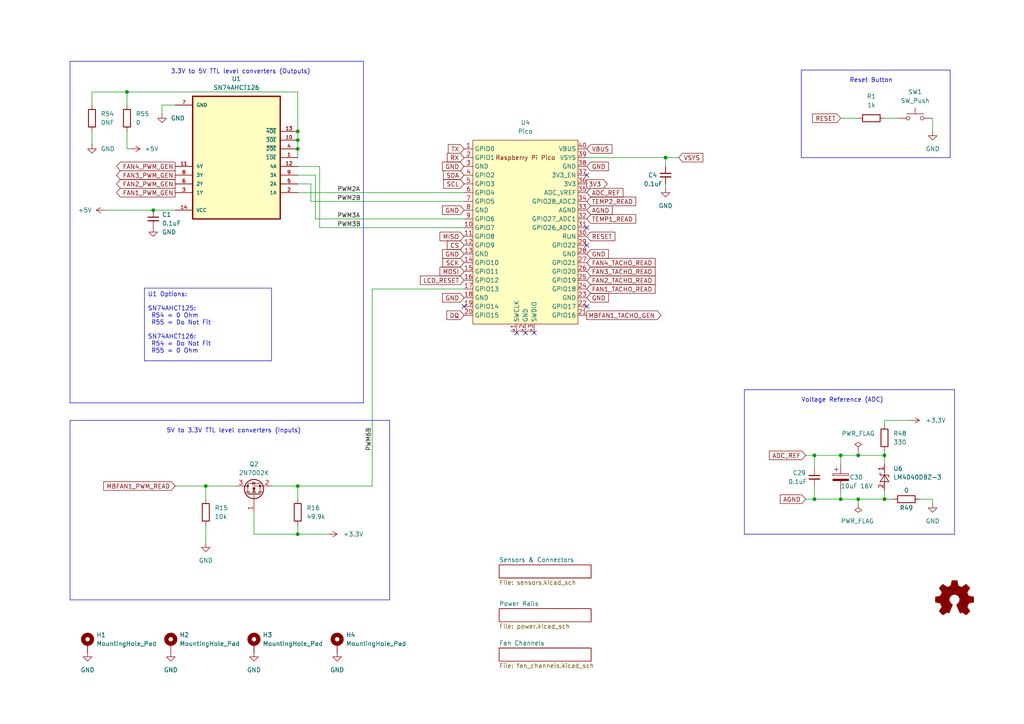
<source format=kicad_sch>
(kicad_sch (version 20231120) (generator "eeschema") (generator_version "8.0")
  (paper "A4")
  (title_block (title "FanPico-0401D v1.1") (date "2024-08-15") (company "Timo Kokkonen <tjko@iki.fi>") (comment 3 "Fanpico firmware reference PCB."))
  (lib_symbols
    (symbol "Device:C_Polarized" (pin_numbers hide) (pin_names (offset 0.254))
      (property "Reference" "C" (at 0.635 2.54 0))
      (property "Value" "C_Polarized" (at 0.635 -2.54 0))
      (symbol "C_Polarized_0_1"
        (rectangle (start -2.286 0.508) (end 2.286 1.016))
        (polyline (pts (xy -1.778 2.286) (xy -0.762 2.286)))
        (polyline (pts (xy -1.27 2.794) (xy -1.27 1.778)))
        (rectangle (start 2.286 -0.508) (end -2.286 -1.016) (fill (type outline)))
      )
      (symbol "C_Polarized_1_1"
        (pin passive line (at 0 3.81 270) (length 2.794) (name "~") (number "1"))
        (pin passive line (at 0 -3.81 90) (length 2.794) (name "~") (number "2"))
      )
    )
    (symbol "Device:C_Small" (pin_numbers hide) (pin_names (offset 0.254) hide)
      (property "Reference" "C" (at 0.254 1.778 0))
      (property "Value" "C_Small" (at 0.254 -2.032 0))
      (symbol "C_Small_0_1"
        (polyline (pts (xy -1.524 -0.508) (xy 1.524 -0.508)) (stroke (width 0.3302)))
        (polyline (pts (xy -1.524 0.508) (xy 1.524 0.508)) (stroke (width 0.3048)))
      )
      (symbol "C_Small_1_1"
        (pin passive line (at 0 2.54 270) (length 2.032) (name "~") (number "1"))
        (pin passive line (at 0 -2.54 90) (length 2.032) (name "~") (number "2"))
      )
    )
    (symbol "Device:R" (pin_numbers hide) (pin_names (offset 0))
      (property "Reference" "R" (at 2.032 0 90))
      (property "Value" "R" (at 0 0 90))
      (symbol "R_0_1"
        (rectangle (start -1.016 -2.54) (end 1.016 2.54) (stroke (width 0.254)))
      )
      (symbol "R_1_1"
        (pin passive line (at 0 3.81 270) (length 1.27) (name "~") (number "1"))
        (pin passive line (at 0 -3.81 90) (length 1.27) (name "~") (number "2"))
      )
    )
    (symbol "Graphic:Logo_Open_Hardware_Small" (in_bom no) (on_board no)
      (symbol "Logo_Open_Hardware_Small_0_1"
        (polyline (pts (xy 3.3528 -4.3434) (xy 3.302 -4.318) (xy 3.175 -4.2418) (xy 2.9972 -4.1148) (xy 2.7686 -3.9624) (xy 2.54 -3.81) (xy 2.3622 -3.7084) (xy 2.2352 -3.6068) (xy 2.1844 -3.5814) (xy 2.159 -3.6068) (xy 2.0574 -3.6576) (xy 1.905 -3.7338) (xy 1.8034 -3.7846) (xy 1.6764 -3.8354) (xy 1.6002 -3.8354) (xy 1.6002 -3.8354) (xy 1.5494 -3.7338) (xy 1.4732 -3.5306) (xy 1.3462 -3.302) (xy 1.2446 -3.0226) (xy 1.1176 -2.7178) (xy 0.9652 -2.413) (xy 0.8636 -2.1082) (xy 0.7366 -1.8288) (xy 0.6604 -1.6256) (xy 0.6096 -1.4732) (xy 0.5842 -1.397) (xy 0.5842 -1.397) (xy 0.6604 -1.3208) (xy 0.7874 -1.2446) (xy 1.0414 -1.016) (xy 1.2954 -0.6858) (xy 1.4478 -0.3302) (xy 1.524 0.0762) (xy 1.4732 0.4572) (xy 1.3208 0.8128) (xy 1.0668 1.143) (xy 0.762 1.3716) (xy 0.4064 1.524) (xy 0 1.5748) (xy -0.381 1.5494) (xy -0.7366 1.397) (xy -1.0668 1.143) (xy -1.2192 0.9906) (xy -1.397 0.6604) (xy -1.524 0.3048) (xy -1.524 0.2286) (xy -1.4986 -0.1778) (xy -1.397 -0.5334) (xy -1.1938 -0.8636) (xy -0.9144 -1.143) (xy -0.8636 -1.1684) (xy -0.7366 -1.27) (xy -0.635 -1.3462) (xy -0.5842 -1.397) (xy -1.0668 -2.5908) (xy -1.143 -2.794) (xy -1.2954 -3.1242) (xy -1.397 -3.4036) (xy -1.4986 -3.6322) (xy -1.5748 -3.7846) (xy -1.6002 -3.8354) (xy -1.6002 -3.8354) (xy -1.651 -3.8354) (xy -1.7272 -3.81) (xy -1.905 -3.7338) (xy -2.0066 -3.683) (xy -2.1336 -3.6068) (xy -2.2098 -3.5814) (xy -2.2606 -3.6068) (xy -2.3622 -3.683) (xy -2.54 -3.81) (xy -2.7686 -3.9624) (xy -2.9718 -4.0894) (xy -3.1496 -4.2164) (xy -3.302 -4.318) (xy -3.3528 -4.3434) (xy -3.3782 -4.3434) (xy -3.429 -4.318) (xy -3.5306 -4.2164) (xy -3.7084 -4.064) (xy -3.937 -3.8354) (xy -3.9624 -3.81) (xy -4.1656 -3.6068) (xy -4.318 -3.4544) (xy -4.4196 -3.3274) (xy -4.445 -3.2766) (xy -4.445 -3.2766) (xy -4.4196 -3.2258) (xy -4.318 -3.0734) (xy -4.2164 -2.8956) (xy -4.064 -2.667) (xy -3.6576 -2.0828) (xy -3.8862 -1.5494) (xy -3.937 -1.3716) (xy -4.0386 -1.1684) (xy -4.0894 -1.0414) (xy -4.1148 -0.9652) (xy -4.191 -0.9398) (xy -4.318 -0.9144) (xy -4.5466 -0.8636) (xy -4.8006 -0.8128) (xy -5.0546 -0.7874) (xy -5.2578 -0.7366) (xy -5.4356 -0.7112) (xy -5.5118 -0.6858) (xy -5.5118 -0.6858) (xy -5.5372 -0.635) (xy -5.5372 -0.5588) (xy -5.5372 -0.4318) (xy -5.5626 -0.2286) (xy -5.5626 0.0762) (xy -5.5626 0.127) (xy -5.5372 0.4064) (xy -5.5372 0.635) (xy -5.5372 0.762) (xy -5.5372 0.8382) (xy -5.5372 0.8382) (xy -5.461 0.8382) (xy -5.3086 0.889) (xy -5.08 0.9144) (xy -4.826 0.9652) (xy -4.8006 0.9906) (xy -4.5466 1.0414) (xy -4.318 1.0668) (xy -4.1656 1.1176) (xy -4.0894 1.143) (xy -4.0894 1.143) (xy -4.0386 1.2446) (xy -3.9624 1.4224) (xy -3.8608 1.6256) (xy -3.7846 1.8288) (xy -3.7084 2.0066) (xy -3.6576 2.159) (xy -3.6322 2.2098) (xy -3.6322 2.2098) (xy -3.683 2.286) (xy -3.7592 2.413) (xy -3.8862 2.5908) (xy -4.064 2.8194) (xy -4.064 2.8448) (xy -4.2164 3.0734) (xy -4.3434 3.2512) (xy -4.4196 3.3782) (xy -4.445 3.4544) (xy -4.445 3.4544) (xy -4.3942 3.5052) (xy -4.2926 3.6322) (xy -4.1148 3.81) (xy -3.937 4.0132) (xy -3.8608 4.064) (xy -3.6576 4.2926) (xy -3.5052 4.4196) (xy -3.4036 4.4958) (xy -3.3528 4.5212) (xy -3.3528 4.5212) (xy -3.302 4.4704) (xy -3.1496 4.3688) (xy -2.9718 4.2418) (xy -2.7432 4.0894) (xy -2.7178 4.0894) (xy -2.4892 3.937) (xy -2.3114 3.81) (xy -2.1844 3.7084) (xy -2.1336 3.683) (xy -2.1082 3.683) (xy -2.032 3.7084) (xy -1.8542 3.7592) (xy -1.6764 3.8354) (xy -1.4732 3.937) (xy -1.27 4.0132) (xy -1.143 4.064) (xy -1.0668 4.1148) (xy -1.0668 4.1148) (xy -1.0414 4.191) (xy -1.016 4.3434) (xy -0.9652 4.572) (xy -0.9144 4.8514) (xy -0.889 4.9022) (xy -0.8382 5.1562) (xy -0.8128 5.3848) (xy -0.7874 5.5372) (xy -0.762 5.588) (xy -0.7112 5.6134) (xy -0.5842 5.6134) (xy -0.4064 5.6134) (xy -0.1524 5.6134) (xy 0.0762 5.6134) (xy 0.3302 5.6134) (xy 0.5334 5.6134) (xy 0.6858 5.588) (xy 0.7366 5.588) (xy 0.7366 5.588) (xy 0.762 5.5118) (xy 0.8128 5.334) (xy 0.8382 5.1054) (xy 0.9144 4.826) (xy 0.9144 4.7752) (xy 0.9652 4.5212) (xy 1.016 4.2926) (xy 1.0414 4.1402) (xy 1.0668 4.0894) (xy 1.0668 4.0894) (xy 1.1938 4.0386) (xy 1.3716 3.9624) (xy 1.5748 3.8608) (xy 2.0828 3.6576) (xy 2.7178 4.0894) (xy 2.7686 4.1402) (xy 2.9972 4.2926) (xy 3.175 4.4196) (xy 3.302 4.4958) (xy 3.3782 4.5212) (xy 3.3782 4.5212) (xy 3.429 4.4704) (xy 3.556 4.3434) (xy 3.7338 4.191) (xy 3.9116 3.9878) (xy 4.064 3.8354) (xy 4.2418 3.6576) (xy 4.3434 3.556) (xy 4.4196 3.4798) (xy 4.4196 3.429) (xy 4.4196 3.4036) (xy 4.3942 3.3274) (xy 4.2926 3.2004) (xy 4.1656 2.9972) (xy 4.0132 2.794) (xy 3.8862 2.5908) (xy 3.7592 2.3876) (xy 3.6576 2.2352) (xy 3.6322 2.159) (xy 3.6322 2.1336) (xy 3.683 2.0066) (xy 3.7592 1.8288) (xy 3.8608 1.6002) (xy 4.064 1.1176) (xy 4.3942 1.0414) (xy 4.5974 1.016) (xy 4.8768 0.9652) (xy 5.1308 0.9144) (xy 5.5372 0.8382) (xy 5.5626 -0.6604) (xy 5.4864 -0.6858) (xy 5.4356 -0.6858) (xy 5.2832 -0.7366) (xy 5.0546 -0.762) (xy 4.8006 -0.8128) (xy 4.5974 -0.8636) (xy 4.3688 -0.9144) (xy 4.2164 -0.9398) (xy 4.1402 -0.9398) (xy 4.1148 -0.9652) (xy 4.064 -1.0668) (xy 3.9878 -1.2446) (xy 3.9116 -1.4478) (xy 3.81 -1.651) (xy 3.7338 -1.8542) (xy 3.683 -2.0066) (xy 3.6576 -2.0828) (xy 3.683 -2.1336) (xy 3.7846 -2.2606) (xy 3.8862 -2.4638) (xy 4.0386 -2.667) (xy 4.191 -2.8956) (xy 4.318 -3.0734) (xy 4.3942 -3.2004) (xy 4.445 -3.2766) (xy 4.4196 -3.3274) (xy 4.3434 -3.429) (xy 4.1656 -3.5814) (xy 3.937 -3.8354) (xy 3.8862 -3.8608) (xy 3.683 -4.064) (xy 3.5306 -4.2164) (xy 3.4036 -4.318) (xy 3.3528 -4.3434)) (fill (type outline)))
      )
    )
    (symbol "Mechanical:MountingHole_Pad" (pin_numbers hide) (pin_names (offset 1.016) hide) (exclude_from_sim yes) (in_bom no)
      (property "Reference" "H" (at 0 6.35 0))
      (property "Value" "MountingHole_Pad" (at 0 4.445 0))
      (symbol "MountingHole_Pad_0_1"
        (circle (center 0 1.27) (radius 1.27) (stroke (width 1.27)))
      )
      (symbol "MountingHole_Pad_1_1"
        (pin input line (at 0 -2.54 90) (length 2.54) (name "1") (number "1"))
      )
    )
    (symbol "Reference_Voltage:LM4040DBZ-3" (pin_names (offset 0.0254) hide)
      (property "Reference" "U" (at 0 2.54 0))
      (property "Value" "LM4040DBZ-3" (at 0 -3.175 0))
      (symbol "LM4040DBZ-3_0_1"
        (polyline (pts (xy -1.27 0) (xy 0 0) (xy 1.27 0)))
        (polyline (pts (xy -1.27 -1.27) (xy 0.635 0) (xy -1.27 1.27) (xy -1.27 -1.27)) (stroke (width 0.2032)))
        (polyline (pts (xy 0 -1.27) (xy 0.635 -1.27) (xy 0.635 1.27) (xy 1.27 1.27)) (stroke (width 0.2032)))
      )
      (symbol "LM4040DBZ-3_1_1"
        (pin passive line (at 3.81 0 180) (length 2.54) (name "K") (number "1"))
        (pin passive line (at -3.81 0 0) (length 2.54) (name "A") (number "2"))
        (pin no_connect line (at -1.27 0 0) (length 2.54) hide (name "NC") (number "3"))
      )
    )
    (symbol "Switch:SW_Push" (pin_numbers hide) (pin_names (offset 1.016) hide)
      (property "Reference" "SW" (at 1.27 2.54 0))
      (property "Value" "SW_Push" (at 0 -1.524 0))
      (symbol "SW_Push_0_1"
        (circle (center -2.032 0) (radius 0.508))
        (polyline (pts (xy 0 1.27) (xy 0 3.048)))
        (polyline (pts (xy 2.54 1.27) (xy -2.54 1.27)))
        (circle (center 2.032 0) (radius 0.508))
        (pin passive line (at -5.08 0 0) (length 2.54) (name "1") (number "1"))
        (pin passive line (at 5.08 0 180) (length 2.54) (name "2") (number "2"))
      )
    )
    (symbol "Transistor_FET:2N7002K" (pin_names hide)
      (property "Reference" "Q" (at 5.08 1.905 0))
      (property "Value" "2N7002K" (at 5.08 0 0))
      (symbol "2N7002K_0_1"
        (polyline (pts (xy 0.254 0) (xy -2.54 0)))
        (polyline (pts (xy 0.254 1.905) (xy 0.254 -1.905)) (stroke (width 0.254)))
        (polyline (pts (xy 0.762 -1.27) (xy 0.762 -2.286)) (stroke (width 0.254)))
        (polyline (pts (xy 0.762 0.508) (xy 0.762 -0.508)) (stroke (width 0.254)))
        (polyline (pts (xy 0.762 2.286) (xy 0.762 1.27)) (stroke (width 0.254)))
        (polyline (pts (xy 2.54 2.54) (xy 2.54 1.778)))
        (polyline (pts (xy 2.54 -2.54) (xy 2.54 0) (xy 0.762 0)))
        (polyline (pts (xy 0.762 -1.778) (xy 3.302 -1.778) (xy 3.302 1.778) (xy 0.762 1.778)))
        (polyline (pts (xy 1.016 0) (xy 2.032 0.381) (xy 2.032 -0.381) (xy 1.016 0)) (fill (type outline)))
        (polyline (pts (xy 2.794 0.508) (xy 2.921 0.381) (xy 3.683 0.381) (xy 3.81 0.254)))
        (polyline (pts (xy 3.302 0.381) (xy 2.921 -0.254) (xy 3.683 -0.254) (xy 3.302 0.381)))
        (circle (center 1.651 0) (radius 2.794) (stroke (width 0.254)))
        (circle (center 2.54 -1.778) (radius 0.254) (fill (type outline)))
        (circle (center 2.54 1.778) (radius 0.254) (fill (type outline)))
      )
      (symbol "2N7002K_1_1"
        (pin input line (at -5.08 0 0) (length 2.54) (name "G") (number "1"))
        (pin passive line (at 2.54 -5.08 90) (length 2.54) (name "S") (number "2"))
        (pin passive line (at 2.54 5.08 270) (length 2.54) (name "D") (number "3"))
      )
    )
    (symbol "fanpico:Pico"
      (property "Reference" "U4" (at 0 31.75 0))
      (property "Value" "Pico" (at 0 29.21 0))
      (symbol "Pico_0_0"
        (text "Raspberry Pi Pico" (at 0 21.59 0) (effects (font (size 1.27 1.27))))
      )
      (symbol "Pico_0_1"
        (rectangle (start -15.24 26.67) (end 15.24 -26.67) (fill (type background)))
      )
      (symbol "Pico_1_1"
        (pin bidirectional line (at -17.78 24.13 0) (length 2.54) (name "GPIO0") (number "1"))
        (pin bidirectional line (at -17.78 1.27 0) (length 2.54) (name "GPIO7") (number "10"))
        (pin bidirectional line (at -17.78 -1.27 0) (length 2.54) (name "GPIO8") (number "11"))
        (pin bidirectional line (at -17.78 -3.81 0) (length 2.54) (name "GPIO9") (number "12"))
        (pin power_in line (at -17.78 -6.35 0) (length 2.54) (name "GND") (number "13"))
        (pin bidirectional line (at -17.78 -8.89 0) (length 2.54) (name "GPIO10") (number "14"))
        (pin bidirectional line (at -17.78 -11.43 0) (length 2.54) (name "GPIO11") (number "15"))
        (pin bidirectional line (at -17.78 -13.97 0) (length 2.54) (name "GPIO12") (number "16"))
        (pin bidirectional line (at -17.78 -16.51 0) (length 2.54) (name "GPIO13") (number "17"))
        (pin power_in line (at -17.78 -19.05 0) (length 2.54) (name "GND") (number "18"))
        (pin bidirectional line (at -17.78 -21.59 0) (length 2.54) (name "GPIO14") (number "19"))
        (pin bidirectional line (at -17.78 21.59 0) (length 2.54) (name "GPIO1") (number "2"))
        (pin bidirectional line (at -17.78 -24.13 0) (length 2.54) (name "GPIO15") (number "20"))
        (pin bidirectional line (at 17.78 -24.13 180) (length 2.54) (name "GPIO16") (number "21"))
        (pin bidirectional line (at 17.78 -21.59 180) (length 2.54) (name "GPIO17") (number "22"))
        (pin power_in line (at 17.78 -19.05 180) (length 2.54) (name "GND") (number "23"))
        (pin bidirectional line (at 17.78 -16.51 180) (length 2.54) (name "GPIO18") (number "24"))
        (pin bidirectional line (at 17.78 -13.97 180) (length 2.54) (name "GPIO19") (number "25"))
        (pin bidirectional line (at 17.78 -11.43 180) (length 2.54) (name "GPIO20") (number "26"))
        (pin bidirectional line (at 17.78 -8.89 180) (length 2.54) (name "GPIO21") (number "27"))
        (pin power_in line (at 17.78 -6.35 180) (length 2.54) (name "GND") (number "28"))
        (pin bidirectional line (at 17.78 -3.81 180) (length 2.54) (name "GPIO22") (number "29"))
        (pin power_in line (at -17.78 19.05 0) (length 2.54) (name "GND") (number "3"))
        (pin input line (at 17.78 -1.27 180) (length 2.54) (name "RUN") (number "30"))
        (pin bidirectional line (at 17.78 1.27 180) (length 2.54) (name "GPIO26_ADC0") (number "31"))
        (pin bidirectional line (at 17.78 3.81 180) (length 2.54) (name "GPIO27_ADC1") (number "32"))
        (pin power_in line (at 17.78 6.35 180) (length 2.54) (name "AGND") (number "33"))
        (pin bidirectional line (at 17.78 8.89 180) (length 2.54) (name "GPIO28_ADC2") (number "34"))
        (pin power_in line (at 17.78 11.43 180) (length 2.54) (name "ADC_VREF") (number "35"))
        (pin power_in line (at 17.78 13.97 180) (length 2.54) (name "3V3") (number "36"))
        (pin input line (at 17.78 16.51 180) (length 2.54) (name "3V3_EN") (number "37"))
        (pin power_in line (at 17.78 19.05 180) (length 2.54) (name "GND") (number "38"))
        (pin power_in line (at 17.78 21.59 180) (length 2.54) (name "VSYS") (number "39"))
        (pin bidirectional line (at -17.78 16.51 0) (length 2.54) (name "GPIO2") (number "4"))
        (pin power_in line (at 17.78 24.13 180) (length 2.54) (name "VBUS") (number "40"))
        (pin input line (at -2.54 -29.21 90) (length 2.54) (name "SWCLK") (number "41"))
        (pin power_in line (at 0 -29.21 90) (length 2.54) (name "GND") (number "42"))
        (pin bidirectional line (at 2.54 -29.21 90) (length 2.54) (name "SWDIO") (number "43"))
        (pin bidirectional line (at -17.78 13.97 0) (length 2.54) (name "GPIO3") (number "5"))
        (pin bidirectional line (at -17.78 11.43 0) (length 2.54) (name "GPIO4") (number "6"))
        (pin bidirectional line (at -17.78 8.89 0) (length 2.54) (name "GPIO5") (number "7"))
        (pin power_in line (at -17.78 6.35 0) (length 2.54) (name "GND") (number "8"))
        (pin bidirectional line (at -17.78 3.81 0) (length 2.54) (name "GPIO6") (number "9"))
      )
    )
    (symbol "fanpico:SN74AHCT125PW" (pin_names (offset 1.016))
      (property "Reference" "U1" (at 0 22.86 0))
      (property "Value" "SN74AHCT125QDRQ1" (at 0 20.32 0))
      (symbol "SN74AHCT125PW_0_0"
        (rectangle (start -12.7 -17.78) (end 12.7 17.78) (stroke (width 0.4064)) (fill (type background)))
        (pin input line (at -17.78 0 0) (length 5.08) (name "~{1OE}") (number "1"))
        (pin input line (at -17.78 -5.08 0) (length 5.08) (name "~{3OE}") (number "10"))
        (pin output line (at 17.78 2.54 180) (length 5.08) (name "4Y") (number "11"))
        (pin input line (at -17.78 2.54 0) (length 5.08) (name "4A") (number "12"))
        (pin input line (at -17.78 -7.62 0) (length 5.08) (name "~{4OE}") (number "13"))
        (pin power_in line (at 17.78 15.24 180) (length 5.08) (name "VCC") (number "14"))
        (pin input line (at -17.78 10.16 0) (length 5.08) (name "1A") (number "2"))
        (pin output line (at 17.78 10.16 180) (length 5.08) (name "1Y") (number "3"))
        (pin input line (at -17.78 -2.54 0) (length 5.08) (name "~{2OE}") (number "4"))
        (pin input line (at -17.78 7.62 0) (length 5.08) (name "2A") (number "5"))
        (pin output line (at 17.78 7.62 180) (length 5.08) (name "2Y") (number "6"))
        (pin power_in line (at 17.78 -15.24 180) (length 5.08) (name "GND") (number "7"))
        (pin output line (at 17.78 5.08 180) (length 5.08) (name "3Y") (number "8"))
        (pin input line (at -17.78 5.08 0) (length 5.08) (name "3A") (number "9"))
      )
    )
    (symbol "power:+3.3V" (power) (pin_numbers hide) (pin_names (offset 0) hide)
      (property "Value" "+3.3V" (at 0 3.556 0))
      (symbol "+3.3V_0_1"
        (polyline (pts (xy -0.762 1.27) (xy 0 2.54)))
        (polyline (pts (xy 0 0) (xy 0 2.54)))
        (polyline (pts (xy 0 2.54) (xy 0.762 1.27)))
      )
      (symbol "+3.3V_1_1"
        (pin power_in line (at 0 0 90) (length 0) (name "~") (number "1"))
      )
    )
    (symbol "power:+5V" (power) (pin_numbers hide) (pin_names (offset 0) hide)
      (property "Value" "+5V" (at 0 3.556 0))
      (symbol "+5V_0_1"
        (polyline (pts (xy -0.762 1.27) (xy 0 2.54)))
        (polyline (pts (xy 0 0) (xy 0 2.54)))
        (polyline (pts (xy 0 2.54) (xy 0.762 1.27)))
      )
      (symbol "+5V_1_1"
        (pin power_in line (at 0 0 90) (length 0) (name "~") (number "1"))
      )
    )
    (symbol "power:GND" (power) (pin_numbers hide) (pin_names (offset 0) hide)
      (property "Value" "GND" (at 0 -3.81 0))
      (symbol "GND_0_1"
        (polyline (pts (xy 0 0) (xy 0 -1.27) (xy 1.27 -1.27) (xy 0 -2.54) (xy -1.27 -1.27) (xy 0 -1.27)))
      )
      (symbol "GND_1_1"
        (pin power_in line (at 0 0 270) (length 0) (name "~") (number "1"))
      )
    )
    (symbol "power:PWR_FLAG" (power) (pin_numbers hide) (pin_names (offset 0) hide)
      (property "Value" "PWR_FLAG" (at 0 3.81 0))
      (symbol "PWR_FLAG_0_0"
        (pin power_out line (at 0 0 90) (length 0) (name "~") (number "1"))
      )
      (symbol "PWR_FLAG_0_1"
        (polyline (pts (xy 0 0) (xy 0 1.27) (xy -1.016 1.905) (xy 0 2.54) (xy 1.016 1.905) (xy 0 1.27)))
      )
    )
  )
  (junction (at 86.36 154.94))
  (junction (at 243.84 144.78))
  (junction (at 86.36 38.1))
  (junction (at 248.92 144.78))
  (junction (at 248.92 132.08))
  (junction (at 36.83 26.67))
  (junction (at 86.36 140.97))
  (junction (at 243.84 132.08))
  (junction (at 44.45 60.96))
  (junction (at 193.04 45.72))
  (junction (at 256.54 144.78))
  (junction (at 86.36 40.64))
  (junction (at 86.36 43.18))
  (junction (at 236.22 132.08))
  (junction (at 256.54 132.08))
  (junction (at 59.69 140.97))
  (junction (at 236.22 144.78))
  (no_connect (at 170.18 71.12))
  (no_connect (at 134.62 88.9))
  (no_connect (at 149.86 96.52))
  (no_connect (at 152.4 96.52))
  (no_connect (at 154.94 96.52))
  (no_connect (at 170.18 88.9))
  (no_connect (at 170.18 50.8))
  (no_connect (at 170.18 66.04))
  (polyline (pts (xy 105.41 116.84) (xy 105.41 17.78)))
  (wire (pts (xy 92.71 66.04) (xy 92.71 48.26)))
  (wire (pts (xy 266.7 144.78) (xy 270.51 144.78)))
  (wire (pts (xy 73.66 154.94) (xy 86.36 154.94)))
  (wire (pts (xy 243.84 132.08) (xy 243.84 134.62)))
  (wire (pts (xy 193.04 54.61) (xy 193.04 53.34)))
  (wire (pts (xy 193.04 45.72) (xy 196.85 45.72)))
  (wire (pts (xy 36.83 26.67) (xy 36.83 30.48)))
  (polyline (pts (xy 20.32 173.99) (xy 20.32 121.92)))
  (wire (pts (xy 134.62 58.42) (xy 90.17 58.42)))
  (wire (pts (xy 236.22 144.78) (xy 233.68 144.78)))
  (wire (pts (xy 86.36 40.64) (xy 86.36 43.18)))
  (wire (pts (xy 236.22 132.08) (xy 236.22 135.89)))
  (wire (pts (xy 256.54 121.92) (xy 256.54 123.19)))
  (wire (pts (xy 248.92 144.78) (xy 248.92 146.05)))
  (wire (pts (xy 26.67 38.1) (xy 26.67 41.91)))
  (wire (pts (xy 193.04 48.26) (xy 193.04 45.72)))
  (wire (pts (xy 86.36 38.1) (xy 86.36 40.64)))
  (wire (pts (xy 78.74 140.97) (xy 86.36 140.97)))
  (wire (pts (xy 170.18 45.72) (xy 193.04 45.72)))
  (wire (pts (xy 134.62 83.82) (xy 107.95 83.82)))
  (wire (pts (xy 26.67 26.67) (xy 26.67 30.48)))
  (wire (pts (xy 59.69 144.78) (xy 59.69 140.97)))
  (wire (pts (xy 243.84 142.24) (xy 243.84 144.78)))
  (wire (pts (xy 243.84 132.08) (xy 248.92 132.08)))
  (wire (pts (xy 256.54 121.92) (xy 264.16 121.92)))
  (wire (pts (xy 107.95 83.82) (xy 107.95 140.97)))
  (polyline (pts (xy 232.41 20.32) (xy 232.41 45.72)))
  (wire (pts (xy 59.69 140.97) (xy 68.58 140.97)))
  (wire (pts (xy 259.08 144.78) (xy 256.54 144.78)))
  (wire (pts (xy 243.84 144.78) (xy 236.22 144.78)))
  (wire (pts (xy 236.22 140.97) (xy 236.22 144.78)))
  (wire (pts (xy 90.17 53.34) (xy 90.17 58.42)))
  (polyline (pts (xy 105.41 17.78) (xy 20.32 17.78)))
  (polyline (pts (xy 215.9 154.94) (xy 276.86 154.94)))
  (polyline (pts (xy 275.59 45.72) (xy 232.41 45.72)))
  (wire (pts (xy 270.51 144.78) (xy 270.51 146.05)))
  (wire (pts (xy 233.68 132.08) (xy 236.22 132.08)))
  (polyline (pts (xy 232.41 20.32) (xy 275.59 20.32)))
  (wire (pts (xy 36.83 38.1) (xy 36.83 43.18)))
  (wire (pts (xy 59.69 152.4) (xy 59.69 157.48)))
  (polyline (pts (xy 276.86 113.03) (xy 215.9 113.03)))
  (wire (pts (xy 248.92 132.08) (xy 256.54 132.08)))
  (wire (pts (xy 236.22 132.08) (xy 243.84 132.08)))
  (wire (pts (xy 270.51 34.29) (xy 270.51 38.1)))
  (wire (pts (xy 86.36 38.1) (xy 86.36 26.67)))
  (wire (pts (xy 256.54 132.08) (xy 256.54 134.62)))
  (wire (pts (xy 243.84 34.29) (xy 248.92 34.29)))
  (polyline (pts (xy 113.03 121.92) (xy 113.03 173.99)))
  (wire (pts (xy 86.36 144.78) (xy 86.36 140.97)))
  (wire (pts (xy 248.92 144.78) (xy 243.84 144.78)))
  (wire (pts (xy 107.95 140.97) (xy 86.36 140.97)))
  (wire (pts (xy 256.54 130.81) (xy 256.54 132.08)))
  (wire (pts (xy 95.25 154.94) (xy 86.36 154.94)))
  (wire (pts (xy 256.54 144.78) (xy 256.54 142.24)))
  (wire (pts (xy 46.99 30.48) (xy 46.99 33.02)))
  (polyline (pts (xy 113.03 173.99) (xy 20.32 173.99)))
  (wire (pts (xy 73.66 148.59) (xy 73.66 154.94)))
  (polyline (pts (xy 20.32 121.92) (xy 113.03 121.92)))
  (wire (pts (xy 86.36 43.18) (xy 86.36 45.72)))
  (wire (pts (xy 36.83 26.67) (xy 26.67 26.67)))
  (wire (pts (xy 91.44 63.5) (xy 134.62 63.5)))
  (wire (pts (xy 50.8 140.97) (xy 59.69 140.97)))
  (wire (pts (xy 86.36 26.67) (xy 36.83 26.67)))
  (wire (pts (xy 91.44 50.8) (xy 86.36 50.8)))
  (polyline (pts (xy 276.86 154.94) (xy 276.86 113.03)))
  (wire (pts (xy 90.17 53.34) (xy 86.36 53.34)))
  (polyline (pts (xy 215.9 113.03) (xy 215.9 154.94)))
  (polyline (pts (xy 20.32 116.84) (xy 105.41 116.84)))
  (polyline (pts (xy 20.32 17.78) (xy 20.32 116.84)))
  (wire (pts (xy 248.92 130.81) (xy 248.92 132.08)))
  (wire (pts (xy 86.36 55.88) (xy 134.62 55.88)))
  (wire (pts (xy 44.45 60.96) (xy 50.8 60.96)))
  (wire (pts (xy 50.8 30.48) (xy 46.99 30.48)))
  (wire (pts (xy 256.54 144.78) (xy 248.92 144.78)))
  (wire (pts (xy 86.36 152.4) (xy 86.36 154.94)))
  (wire (pts (xy 36.83 43.18) (xy 38.1 43.18)))
  (polyline (pts (xy 275.59 20.32) (xy 275.59 45.72)))
  (wire (pts (xy 134.62 66.04) (xy 92.71 66.04)))
  (wire (pts (xy 256.54 34.29) (xy 260.35 34.29)))
  (wire (pts (xy 30.48 60.96) (xy 44.45 60.96)))
  (wire (pts (xy 91.44 63.5) (xy 91.44 50.8)))
  (wire (pts (xy 92.71 48.26) (xy 86.36 48.26)))
  (text_box "U1 Options:\n\nSN74AHCT125:\n R54 = 0 Ohm\n R55 = Do Not Fit\n\nSN74AHCT126:\n R54 = Do Not Fit\n R55 = 0 Ohm " (at 41.91 83.566 0) (size 36.83 21.082) (effects (font (size 1.27 1.27)) (justify left top)))
  (text "Reset Button" (at 246.38 24.13 0) (effects (font (size 1.27 1.27)) (justify left bottom)))
  (text "3.3V to 5V TTL level converters (Outputs)" (at 49.53 21.59 0) (effects (font (size 1.27 1.27)) (justify left bottom)))
  (text "5V to 3.3V TTL level converters (Inputs)" (at 48.26 125.73 0) (effects (font (size 1.27 1.27)) (justify left bottom)))
  (text "Voltage Reference (ADC)" (at 232.41 116.84 0) (effects (font (size 1.27 1.27)) (justify left bottom)))
  (label "PWM2A" (at 97.79 55.88 0))
  (label "PWM6B" (at 107.95 130.81 90))
  (label "PWM3A" (at 97.79 63.5 0))
  (label "PWM3B" (at 97.79 66.04 0))
  (label "PWM2B" (at 97.79 58.42 0))
  (global_label "GND" (shape input) (at 134.62 60.96 180) (property "Intersheetrefs" "${INTERSHEET_REFS}" (effects (hide yes))))
  (global_label "AGND" (shape input) (at 233.68 144.78 180) (property "Intersheetrefs" "${INTERSHEET_REFS}" (effects (hide yes))))
  (global_label "GND" (shape input) (at 170.18 86.36 0) (property "Intersheetrefs" "${INTERSHEET_REFS}" (effects (hide yes))))
  (global_label "FAN3_TACHO_READ" (shape input) (at 170.18 78.74 0) (property "Intersheetrefs" "${INTERSHEET_REFS}" (effects (hide yes))))
  (global_label "CS" (shape input) (at 134.62 71.12 180) (property "Intersheetrefs" "${INTERSHEET_REFS}" (effects (hide yes))))
  (global_label "3V3" (shape output) (at 170.18 53.34 0) (property "Intersheetrefs" "${INTERSHEET_REFS}" (effects (hide yes))))
  (global_label "RX" (shape input) (at 134.62 45.72 180) (property "Intersheetrefs" "${INTERSHEET_REFS}" (effects (hide yes))))
  (global_label "FAN2_TACHO_READ" (shape input) (at 170.18 81.28 0) (property "Intersheetrefs" "${INTERSHEET_REFS}" (effects (hide yes))))
  (global_label "GND" (shape input) (at 134.62 48.26 180) (property "Intersheetrefs" "${INTERSHEET_REFS}" (effects (hide yes))))
  (global_label "AGND" (shape input) (at 170.18 60.96 0) (property "Intersheetrefs" "${INTERSHEET_REFS}" (effects (hide yes))))
  (global_label "MBFAN1_TACHO_GEN" (shape output) (at 170.18 91.44 0) (property "Intersheetrefs" "${INTERSHEET_REFS}" (effects (hide yes))))
  (global_label "LCD_RESET" (shape input) (at 134.62 81.28 180) (property "Intersheetrefs" "${INTERSHEET_REFS}" (effects (hide yes))))
  (global_label "FAN3_PWM_GEN" (shape output) (at 50.8 50.8 180) (property "Intersheetrefs" "${INTERSHEET_REFS}" (effects (hide yes))))
  (global_label "MISO" (shape input) (at 134.62 68.58 180) (property "Intersheetrefs" "${INTERSHEET_REFS}" (effects (hide yes))))
  (global_label "SCL" (shape input) (at 134.62 53.34 180) (property "Intersheetrefs" "${INTERSHEET_REFS}" (effects (hide yes))))
  (global_label "TX" (shape input) (at 134.62 43.18 180) (property "Intersheetrefs" "${INTERSHEET_REFS}" (effects (hide yes))))
  (global_label "DQ" (shape input) (at 134.62 91.44 180) (property "Intersheetrefs" "${INTERSHEET_REFS}" (effects (hide yes))))
  (global_label "FAN1_TACHO_READ" (shape input) (at 170.18 83.82 0) (property "Intersheetrefs" "${INTERSHEET_REFS}" (effects (hide yes))))
  (global_label "GND" (shape input) (at 170.18 73.66 0) (property "Intersheetrefs" "${INTERSHEET_REFS}" (effects (hide yes))))
  (global_label "FAN1_PWM_GEN" (shape output) (at 50.8 55.88 180) (property "Intersheetrefs" "${INTERSHEET_REFS}" (effects (hide yes))))
  (global_label "VSYS" (shape input) (at 196.85 45.72 0) (property "Intersheetrefs" "${INTERSHEET_REFS}" (effects (hide yes))))
  (global_label "SCK" (shape input) (at 134.62 76.2 180) (property "Intersheetrefs" "${INTERSHEET_REFS}" (effects (hide yes))))
  (global_label "GND" (shape input) (at 170.18 48.26 0) (property "Intersheetrefs" "${INTERSHEET_REFS}" (effects (hide yes))))
  (global_label "TEMP1_READ" (shape input) (at 170.18 63.5 0) (property "Intersheetrefs" "${INTERSHEET_REFS}" (effects (hide yes))))
  (global_label "MOSI" (shape input) (at 134.62 78.74 180) (property "Intersheetrefs" "${INTERSHEET_REFS}" (effects (hide yes))))
  (global_label "RESET" (shape input) (at 243.84 34.29 180) (property "Intersheetrefs" "${INTERSHEET_REFS}" (effects (hide yes))))
  (global_label "GND" (shape input) (at 134.62 73.66 180) (property "Intersheetrefs" "${INTERSHEET_REFS}" (effects (hide yes))))
  (global_label "RESET" (shape input) (at 170.18 68.58 0) (property "Intersheetrefs" "${INTERSHEET_REFS}" (effects (hide yes))))
  (global_label "ADC_REF" (shape input) (at 170.18 55.88 0) (property "Intersheetrefs" "${INTERSHEET_REFS}" (effects (hide yes))))
  (global_label "MBFAN1_PWM_READ" (shape input) (at 50.8 140.97 180) (property "Intersheetrefs" "${INTERSHEET_REFS}" (effects (hide yes))))
  (global_label "FAN4_PWM_GEN" (shape output) (at 50.8 48.26 180) (property "Intersheetrefs" "${INTERSHEET_REFS}" (effects (hide yes))))
  (global_label "VBUS" (shape input) (at 170.18 43.18 0) (property "Intersheetrefs" "${INTERSHEET_REFS}" (effects (hide yes))))
  (global_label "GND" (shape input) (at 134.62 86.36 180) (property "Intersheetrefs" "${INTERSHEET_REFS}" (effects (hide yes))))
  (global_label "TEMP2_READ" (shape input) (at 170.18 58.42 0) (property "Intersheetrefs" "${INTERSHEET_REFS}" (effects (hide yes))))
  (global_label "FAN4_TACHO_READ" (shape input) (at 170.18 76.2 0) (property "Intersheetrefs" "${INTERSHEET_REFS}" (effects (hide yes))))
  (global_label "SDA" (shape input) (at 134.62 50.8 180) (property "Intersheetrefs" "${INTERSHEET_REFS}" (effects (hide yes))))
  (global_label "ADC_REF" (shape input) (at 233.68 132.08 180) (property "Intersheetrefs" "${INTERSHEET_REFS}" (effects (hide yes))))
  (global_label "FAN2_PWM_GEN" (shape output) (at 50.8 53.34 180) (property "Intersheetrefs" "${INTERSHEET_REFS}" (effects (hide yes))))
  (symbol (lib_id "Device:R") (at 262.89 144.78 90) (unit 1)
    (property "Reference" "R49" (at 262.89 147.32 90))
    (property "Value" "0" (at 262.89 142.24 90))
    (property "Footprint" "Resistor_SMD:R_0603_1608Metric_Pad0.98x0.95mm_HandSolder" (effects (hide yes)))
    (property "Description" "Resistor" (effects (hide yes)))
    (property "LCSC Part Number" "C21189" (effects (hide yes)))
  )
  (symbol (lib_id "Device:C_Small") (at 44.45 63.5 0) (unit 1)
    (property "Reference" "C1" (at 46.99 62.2362 0) (effects (justify left)))
    (property "Value" "0.1uF" (at 46.99 64.7762 0) (effects (justify left)))
    (property "Footprint" "Capacitor_SMD:C_0603_1608Metric_Pad1.08x0.95mm_HandSolder" (effects (hide yes)))
    (property "Description" "Unpolarized capacitor, small symbol" (effects (hide yes)))
    (property "LCSC Part Number" "C1591" (effects (hide yes)))
  )
  (symbol (lib_id "power:GND") (at 49.53 189.23 0) (unit 1)
    (property "Reference" "#PWR02" (effects (hide yes)))
    (property "Value" "GND" (at 49.53 194.31 0))
    (property "Description" "Power symbol creates a global label with name \"GND\" , ground" (effects (hide yes)))
  )
  (symbol (lib_id "power:GND") (at 97.79 189.23 0) (unit 1)
    (property "Reference" "#PWR011" (effects (hide yes)))
    (property "Value" "GND" (at 97.79 194.31 0))
    (property "Description" "Power symbol creates a global label with name \"GND\" , ground" (effects (hide yes)))
  )
  (symbol (lib_id "Switch:SW_Push") (at 265.43 34.29 0) (unit 1)
    (property "Reference" "SW1" (at 265.43 26.67 0))
    (property "Value" "SW_Push" (at 265.43 29.21 0))
    (property "Footprint" "FanPico:SW_PUSH_6mm_SMD_2" (effects (hide yes)))
    (property "Description" "Push button switch, generic, two pins" (effects (hide yes)))
    (property "LCSC Part Number" "C221880" (effects (hide yes)))
  )
  (symbol (lib_id "Reference_Voltage:LM4040DBZ-3") (at 256.54 138.43 90) (unit 1)
    (property "Reference" "U6" (at 259.08 135.89 90) (effects (justify right)))
    (property "Value" "LM4040DBZ-3" (at 259.08 138.43 90) (effects (justify right)))
    (property "Footprint" "Package_TO_SOT_SMD:SOT-23" (effects (hide yes)))
    (property "Datasheet" "http://www.ti.com/lit/ds/symlink/lm4040-n.pdf" (effects (hide yes)))
    (property "Description" "3.000V Precision Micropower Shunt Voltage Reference, SOT-23" (effects (hide yes)))
    (property "LCSC Part Number" "C143326" (effects (hide yes)))
  )
  (symbol (lib_id "Device:R") (at 256.54 127 0) (unit 1)
    (property "Reference" "R48" (at 259.08 125.7299 0) (effects (justify left)))
    (property "Value" "330" (at 259.08 128.2699 0) (effects (justify left)))
    (property "Footprint" "Resistor_SMD:R_0603_1608Metric_Pad0.98x0.95mm_HandSolder" (effects (hide yes)))
    (property "Description" "Resistor" (effects (hide yes)))
    (property "LCSC Part Number" "C105881" (effects (hide yes)))
  )
  (symbol (lib_id "power:GND") (at 270.51 38.1 0) (unit 1)
    (property "Reference" "#PWR016" (effects (hide yes)))
    (property "Value" "GND" (at 270.51 43.18 0))
    (property "Description" "Power symbol creates a global label with name \"GND\" , ground" (effects (hide yes)))
  )
  (symbol (lib_id "fanpico:Pico") (at 152.4 67.31 0) (unit 1)
    (property "Reference" "U4" (at 152.4 35.56 0))
    (property "Value" "Pico" (at 152.4 38.1 0))
    (property "Footprint" "FanPico:RPi_Pico_PicoW_SMD_TH" (effects (hide yes)))
  )
  (symbol (lib_id "power:GND") (at 193.04 54.61 0) (unit 1)
    (property "Reference" "#PWR014" (effects (hide yes)))
    (property "Value" "GND" (at 193.04 59.69 0))
    (property "Description" "Power symbol creates a global label with name \"GND\" , ground" (effects (hide yes)))
  )
  (symbol (lib_id "Device:R") (at 59.69 148.59 180) (unit 1)
    (property "Reference" "R15" (at 62.23 147.3199 0) (effects (justify right)))
    (property "Value" "10k" (at 62.23 149.8599 0) (effects (justify right)))
    (property "Footprint" "Resistor_SMD:R_0603_1608Metric_Pad0.98x0.95mm_HandSolder" (effects (hide yes)))
    (property "Description" "Resistor" (effects (hide yes)))
    (property "LCSC Part Number" "C98220" (effects (hide yes)))
  )
  (symbol (lib_id "power:PWR_FLAG") (at 248.92 146.05 180) (unit 1)
    (property "Reference" "#FLG0102" (effects (hide yes)))
    (property "Value" "PWR_FLAG" (at 243.84 151.13 0) (effects (justify right)))
    (property "Description" "Special symbol for telling ERC where power comes from" (effects (hide yes)))
  )
  (symbol (lib_id "Mechanical:MountingHole_Pad") (at 73.66 186.69 0) (unit 1)
    (property "Reference" "H3" (at 76.2 184.1499 0) (effects (justify left)))
    (property "Value" "MountingHole_Pad" (at 76.2 186.6899 0) (effects (justify left)))
    (property "Footprint" "MountingHole:MountingHole_3.2mm_M3_Pad_Via" (effects (hide yes)))
    (property "Description" "Mounting Hole with connection" (effects (hide yes)))
    (property "LCSC Part Number" "N/A" (effects (hide yes)))
    (property "Mouser Part Number" "N/A" (effects (hide yes)))
  )
  (symbol (lib_id "Device:R") (at 26.67 34.29 180) (unit 1)
    (property "Reference" "R54" (at 29.21 33.02 0) (effects (justify right)))
    (property "Value" "DNF" (at 29.21 35.56 0) (effects (justify right)))
    (property "Footprint" "Resistor_SMD:R_0603_1608Metric_Pad0.98x0.95mm_HandSolder" (effects (hide yes)))
    (property "Description" "Resistor" (effects (hide yes)))
    (property "LCSC Part Number" "N/A" (effects (hide yes)))
    (property "Mouser Part Number" "N/A" (effects (hide yes)))
  )
  (symbol (lib_id "power:GND") (at 59.69 157.48 0) (unit 1)
    (property "Reference" "#PWR012" (effects (hide yes)))
    (property "Value" "GND" (at 59.69 162.56 0))
    (property "Description" "Power symbol creates a global label with name \"GND\" , ground" (effects (hide yes)))
  )
  (symbol (lib_id "Device:R") (at 36.83 34.29 180) (unit 1)
    (property "Reference" "R55" (at 39.37 33.02 0) (effects (justify right)))
    (property "Value" "0" (at 39.37 35.56 0) (effects (justify right)))
    (property "Footprint" "Resistor_SMD:R_0603_1608Metric_Pad0.98x0.95mm_HandSolder" (effects (hide yes)))
    (property "Description" "Resistor" (effects (hide yes)))
    (property "LCSC Part Number" "C21189" (effects (hide yes)))
  )
  (symbol (lib_id "Device:R") (at 86.36 148.59 180) (unit 1)
    (property "Reference" "R16" (at 88.9 147.3199 0) (effects (justify right)))
    (property "Value" "49.9k" (at 88.9 149.8599 0) (effects (justify right)))
    (property "Footprint" "Resistor_SMD:R_0603_1608Metric_Pad0.98x0.95mm_HandSolder" (effects (hide yes)))
    (property "Description" "Resistor" (effects (hide yes)))
    (property "LCSC Part Number" "C114624" (effects (hide yes)))
  )
  (symbol (lib_id "power:GND") (at 26.67 41.91 0) (unit 1)
    (property "Reference" "#PWR015" (effects (hide yes)))
    (property "Value" "GND" (at 29.21 43.1799 0) (effects (justify left)))
    (property "Description" "Power symbol creates a global label with name \"GND\" , ground" (effects (hide yes)))
  )
  (symbol (lib_id "power:+5V") (at 38.1 43.18 270) (unit 1)
    (property "Reference" "#PWR044" (effects (hide yes)))
    (property "Value" "+5V" (at 41.91 43.18 90) (effects (justify left)))
    (property "Description" "Power symbol creates a global label with name \"+5V\"" (effects (hide yes)))
  )
  (symbol (lib_id "Graphic:Logo_Open_Hardware_Small") (at 276.86 173.99 0) (unit 1) (exclude_from_sim yes)
    (property "Reference" "#LOGO1" (effects (hide yes)))
    (property "Value" "Logo_Open_Hardware_Small" (effects (hide yes)))
    (property "Footprint" "Symbol:OSHW-Logo_7.5x8mm_Copper" (effects (hide yes)))
    (property "Description" "Open Hardware logo, small" (effects (hide yes)))
  )
  (symbol (lib_id "Device:C_Small") (at 193.04 50.8 0) (unit 1)
    (property "Reference" "C4" (at 187.96 50.8 0) (effects (justify left)))
    (property "Value" "0.1uF" (at 186.69 53.34 0) (effects (justify left)))
    (property "Footprint" "Capacitor_SMD:C_0603_1608Metric_Pad1.08x0.95mm_HandSolder" (effects (hide yes)))
    (property "Description" "Unpolarized capacitor, small symbol" (effects (hide yes)))
    (property "LCSC Part Number" "C1591" (effects (hide yes)))
  )
  (symbol (lib_id "power:GND") (at 25.4 189.23 0) (unit 1)
    (property "Reference" "#PWR01" (effects (hide yes)))
    (property "Value" "GND" (at 25.4 194.31 0))
    (property "Description" "Power symbol creates a global label with name \"GND\" , ground" (effects (hide yes)))
  )
  (symbol (lib_id "Mechanical:MountingHole_Pad") (at 97.79 186.69 0) (unit 1)
    (property "Reference" "H4" (at 100.33 184.1499 0) (effects (justify left)))
    (property "Value" "MountingHole_Pad" (at 100.33 186.6899 0) (effects (justify left)))
    (property "Footprint" "MountingHole:MountingHole_3.2mm_M3_Pad_Via" (effects (hide yes)))
    (property "Description" "Mounting Hole with connection" (effects (hide yes)))
    (property "LCSC Part Number" "N/A" (effects (hide yes)))
    (property "Mouser Part Number" "N/A" (effects (hide yes)))
  )
  (symbol (lib_id "Device:C_Small") (at 236.22 138.43 0) (unit 1)
    (property "Reference" "C29" (at 229.87 137.16 0) (effects (justify left)))
    (property "Value" "0.1uF" (at 228.6 139.7 0) (effects (justify left)))
    (property "Footprint" "Capacitor_SMD:C_0603_1608Metric_Pad1.08x0.95mm_HandSolder" (effects (hide yes)))
    (property "Description" "Unpolarized capacitor, small symbol" (effects (hide yes)))
    (property "LCSC Part Number" "C1591" (effects (hide yes)))
  )
  (symbol (lib_id "power:GND") (at 73.66 189.23 0) (unit 1)
    (property "Reference" "#PWR010" (effects (hide yes)))
    (property "Value" "GND" (at 73.66 194.31 0))
    (property "Description" "Power symbol creates a global label with name \"GND\" , ground" (effects (hide yes)))
  )
  (symbol (lib_id "power:+3.3V") (at 264.16 121.92 270) (unit 1)
    (property "Reference" "#PWR0102" (effects (hide yes)))
    (property "Value" "+3.3V" (at 274.32 121.92 90) (effects (justify right)))
    (property "Description" "Power symbol creates a global label with name \"+3.3V\"" (effects (hide yes)))
  )
  (symbol (lib_id "power:GND") (at 46.99 33.02 0) (unit 1)
    (property "Reference" "#PWR07" (effects (hide yes)))
    (property "Value" "GND" (at 49.53 34.2899 0) (effects (justify left)))
    (property "Description" "Power symbol creates a global label with name \"GND\" , ground" (effects (hide yes)))
  )
  (symbol (lib_id "Device:R") (at 252.73 34.29 90) (unit 1)
    (property "Reference" "R1" (at 252.73 27.94 90))
    (property "Value" "1k" (at 252.73 30.48 90))
    (property "Footprint" "Resistor_SMD:R_0603_1608Metric_Pad0.98x0.95mm_HandSolder" (effects (hide yes)))
    (property "Description" "Resistor" (effects (hide yes)))
    (property "LCSC Part Number" "C22548" (effects (hide yes)))
  )
  (symbol (lib_id "fanpico:SN74AHCT125PW") (at 68.58 45.72 180) (unit 1)
    (property "Reference" "U1" (at 68.58 22.86 0))
    (property "Value" "SN74AHCT126" (at 68.58 25.4 0))
    (property "Footprint" "Package_SO:TSSOP-14_4.4x5mm_P0.65mm" (effects (hide yes)))
    (property "Datasheet" "(AHCT125 =  C36365, AHCT126 =  C155177)" (effects (hide yes)))
    (property "LCSC Part Number" "C155177" (effects (hide yes)))
  )
  (symbol (lib_id "Transistor_FET:2N7002K") (at 73.66 143.51 90) (unit 1)
    (property "Reference" "Q2" (at 73.66 134.62 90))
    (property "Value" "2N7002K" (at 73.66 137.16 90))
    (property "Footprint" "Package_TO_SOT_SMD:SOT-23" (effects (hide yes)))
    (property "Datasheet" "https://www.diodes.com/assets/Datasheets/2N7002K.pdf" (effects (hide yes)))
    (property "Description" "0.38A Id, 60V Vds, N-Channel MOSFET, SOT-23" (effects (hide yes)))
    (property "LCSC Part Number" "C85047" (effects (hide yes)))
    (property "Mouser Part Number" "512-2N7002K" (effects (hide yes)))
  )
  (symbol (lib_id "Mechanical:MountingHole_Pad") (at 25.4 186.69 0) (unit 1)
    (property "Reference" "H1" (at 27.94 184.1499 0) (effects (justify left)))
    (property "Value" "MountingHole_Pad" (at 27.94 186.6899 0) (effects (justify left)))
    (property "Footprint" "MountingHole:MountingHole_3.2mm_M3_Pad_Via" (effects (hide yes)))
    (property "Description" "Mounting Hole with connection" (effects (hide yes)))
    (property "LCSC Part Number" "N/A" (effects (hide yes)))
    (property "Mouser Part Number" "N/A" (effects (hide yes)))
  )
  (symbol (lib_id "power:PWR_FLAG") (at 248.92 130.81 0) (unit 1)
    (property "Reference" "#FLG0101" (effects (hide yes)))
    (property "Value" "PWR_FLAG" (at 248.92 125.73 0))
    (property "Description" "Special symbol for telling ERC where power comes from" (effects (hide yes)))
  )
  (symbol (lib_id "power:+3.3V") (at 95.25 154.94 270) (unit 1)
    (property "Reference" "#PWR04" (effects (hide yes)))
    (property "Value" "+3.3V" (at 105.41 154.94 90) (effects (justify right)))
    (property "Description" "Power symbol creates a global label with name \"+3.3V\"" (effects (hide yes)))
  )
  (symbol (lib_id "power:GND") (at 44.45 66.04 0) (unit 1)
    (property "Reference" "#PWR05" (effects (hide yes)))
    (property "Value" "GND" (at 46.99 67.3099 0) (effects (justify left)))
    (property "Description" "Power symbol creates a global label with name \"GND\" , ground" (effects (hide yes)))
  )
  (symbol (lib_id "power:GND") (at 270.51 146.05 0) (unit 1)
    (property "Reference" "#PWR082" (effects (hide yes)))
    (property "Value" "GND" (at 270.51 151.13 0))
    (property "Description" "Power symbol creates a global label with name \"GND\" , ground" (effects (hide yes)))
  )
  (symbol (lib_id "power:+5V") (at 30.48 60.96 90) (unit 1)
    (property "Reference" "#PWR03" (effects (hide yes)))
    (property "Value" "+5V" (at 26.67 60.96 90) (effects (justify left)))
    (property "Description" "Power symbol creates a global label with name \"+5V\"" (effects (hide yes)))
  )
  (symbol (lib_id "Mechanical:MountingHole_Pad") (at 49.53 186.69 0) (unit 1)
    (property "Reference" "H2" (at 52.07 184.1499 0) (effects (justify left)))
    (property "Value" "MountingHole_Pad" (at 52.07 186.6899 0) (effects (justify left)))
    (property "Footprint" "MountingHole:MountingHole_3.2mm_M3_Pad_Via" (effects (hide yes)))
    (property "Description" "Mounting Hole with connection" (effects (hide yes)))
    (property "LCSC Part Number" "N/A" (effects (hide yes)))
    (property "Mouser Part Number" "N/A" (effects (hide yes)))
  )
  (symbol (lib_id "Device:C_Polarized") (at 243.84 138.43 0) (unit 1)
    (property "Reference" "C30" (at 246.38 138.43 0) (effects (justify left)))
    (property "Value" "10uF 16V" (at 243.84 140.97 0) (effects (justify left)))
    (property "Footprint" "Capacitor_Tantalum_SMD:CP_EIA-3216-18_Kemet-A_Pad1.58x1.35mm_HandSolder" (effects (hide yes)))
    (property "Description" "Polarized capacitor" (effects (hide yes)))
    (property "LCSC Part Number" "C7171" (effects (hide yes)))
    (property "Mouser Part Number" "80--T491A106K016" (effects (hide yes)))
  )
  (sheet (at 144.78 176.53) (size 26.67 3.81) (stroke (width 0.1524))
    (property "Sheetname" "Power Rails" (at 144.78 175.8184 0) (effects (justify left bottom)))
    (property "Sheetfile" "power.kicad_sch" (at 144.78 180.9246 0) (effects (justify left top)))
  )
  (sheet (at 144.78 187.96) (size 26.67 3.81) (stroke (width 0.1524))
    (property "Sheetname" "Fan Channels" (at 144.78 187.2484 0) (effects (justify left bottom)))
    (property "Sheetfile" "fan_channels.kicad_sch" (at 144.78 192.3546 0) (effects (justify left top)))
  )
  (sheet (at 144.78 163.83) (size 26.67 3.81) (stroke (width 0.1524))
    (property "Sheetname" "Sensors & Connectors" (at 144.78 163.1184 0) (effects (justify left bottom)))
    (property "Sheetfile" "sensors.kicad_sch" (at 144.78 168.2246 0) (effects (justify left top)))
  )
)
</source>
